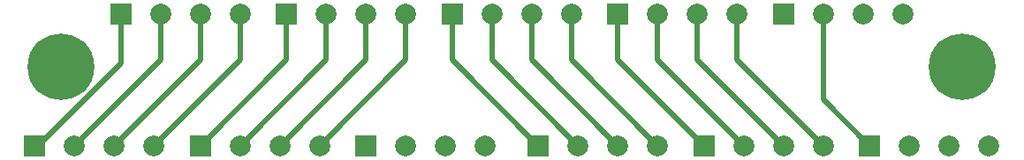
<source format=gtl>
G04 #@! TF.GenerationSoftware,KiCad,Pcbnew,(5.1.9)-1*
G04 #@! TF.CreationDate,2021-10-13T12:16:08-04:00*
G04 #@! TF.ProjectId,doublemag-breakout-big,646f7562-6c65-46d6-9167-2d627265616b,rev?*
G04 #@! TF.SameCoordinates,Original*
G04 #@! TF.FileFunction,Copper,L1,Top*
G04 #@! TF.FilePolarity,Positive*
%FSLAX46Y46*%
G04 Gerber Fmt 4.6, Leading zero omitted, Abs format (unit mm)*
G04 Created by KiCad (PCBNEW (5.1.9)-1) date 2021-10-13 12:16:08*
%MOMM*%
%LPD*%
G01*
G04 APERTURE LIST*
G04 #@! TA.AperFunction,ComponentPad*
%ADD10C,6.400000*%
G04 #@! TD*
G04 #@! TA.AperFunction,ComponentPad*
%ADD11C,2.000000*%
G04 #@! TD*
G04 #@! TA.AperFunction,ComponentPad*
%ADD12R,2.000000X2.000000*%
G04 #@! TD*
G04 #@! TA.AperFunction,Conductor*
%ADD13C,0.500000*%
G04 #@! TD*
G04 APERTURE END LIST*
D10*
X157480000Y-68580000D03*
X71120000Y-68580000D03*
D11*
X160020000Y-76200000D03*
X156210000Y-76200000D03*
X152400000Y-76200000D03*
D12*
X148590000Y-76200000D03*
D11*
X144145000Y-76200000D03*
X140335000Y-76200000D03*
X136525000Y-76200000D03*
D12*
X132715000Y-76200000D03*
D11*
X128270000Y-76200000D03*
X124460000Y-76200000D03*
X120650000Y-76200000D03*
D12*
X116840000Y-76200000D03*
D11*
X111760000Y-76200000D03*
X107950000Y-76200000D03*
X104140000Y-76200000D03*
D12*
X100330000Y-76200000D03*
D11*
X95885000Y-76200000D03*
X92075000Y-76200000D03*
X88265000Y-76200000D03*
D12*
X84455000Y-76200000D03*
D11*
X80010000Y-76200000D03*
X76200000Y-76200000D03*
X72390000Y-76200000D03*
D12*
X68580000Y-76200000D03*
D11*
X151765000Y-63500000D03*
X147955000Y-63500000D03*
X144145000Y-63500000D03*
D12*
X140335000Y-63500000D03*
D11*
X135890000Y-63500000D03*
X132080000Y-63500000D03*
X128270000Y-63500000D03*
D12*
X124460000Y-63500000D03*
D11*
X120015000Y-63500000D03*
X116205000Y-63500000D03*
X112395000Y-63500000D03*
D12*
X108585000Y-63500000D03*
D11*
X104140000Y-63500000D03*
X100330000Y-63500000D03*
X96520000Y-63500000D03*
D12*
X92710000Y-63500000D03*
D11*
X88265000Y-63500000D03*
X84455000Y-63500000D03*
X80645000Y-63500000D03*
D12*
X76835000Y-63500000D03*
D13*
X88265000Y-67945000D02*
X88265000Y-63500000D01*
X80010000Y-76200000D02*
X88265000Y-67945000D01*
X84455000Y-67945000D02*
X76200000Y-76200000D01*
X84455000Y-63500000D02*
X84455000Y-67945000D01*
X80645000Y-67945000D02*
X80645000Y-63500000D01*
X72390000Y-76200000D02*
X80645000Y-67945000D01*
X68902002Y-76200000D02*
X68580000Y-76200000D01*
X76835000Y-68267002D02*
X68902002Y-76200000D01*
X76835000Y-63500000D02*
X76835000Y-68267002D01*
X104140000Y-67945000D02*
X104140000Y-63500000D01*
X95885000Y-76200000D02*
X104140000Y-67945000D01*
X100330000Y-67945000D02*
X92075000Y-76200000D01*
X100330000Y-63500000D02*
X100330000Y-67945000D01*
X96520000Y-67945000D02*
X96520000Y-63500000D01*
X88265000Y-76200000D02*
X96520000Y-67945000D01*
X92710000Y-67945000D02*
X84455000Y-76200000D01*
X92710000Y-63500000D02*
X92710000Y-67945000D01*
X120015000Y-67945000D02*
X128270000Y-76200000D01*
X120015000Y-63500000D02*
X120015000Y-67945000D01*
X116205000Y-67945000D02*
X116205000Y-63500000D01*
X124460000Y-76200000D02*
X116205000Y-67945000D01*
X112395000Y-67945000D02*
X120650000Y-76200000D01*
X112395000Y-63500000D02*
X112395000Y-67945000D01*
X108585000Y-67945000D02*
X116840000Y-76200000D01*
X108585000Y-63500000D02*
X108585000Y-67945000D01*
X135890000Y-67945000D02*
X144145000Y-76200000D01*
X135890000Y-63500000D02*
X135890000Y-67945000D01*
X132080000Y-67945000D02*
X132080000Y-63500000D01*
X140335000Y-76200000D02*
X132080000Y-67945000D01*
X128270000Y-67945000D02*
X136525000Y-76200000D01*
X128270000Y-63500000D02*
X128270000Y-67945000D01*
X124460000Y-67945000D02*
X124460000Y-63500000D01*
X132715000Y-76200000D02*
X124460000Y-67945000D01*
X144145000Y-71755000D02*
X148590000Y-76200000D01*
X144145000Y-63500000D02*
X144145000Y-71755000D01*
M02*

</source>
